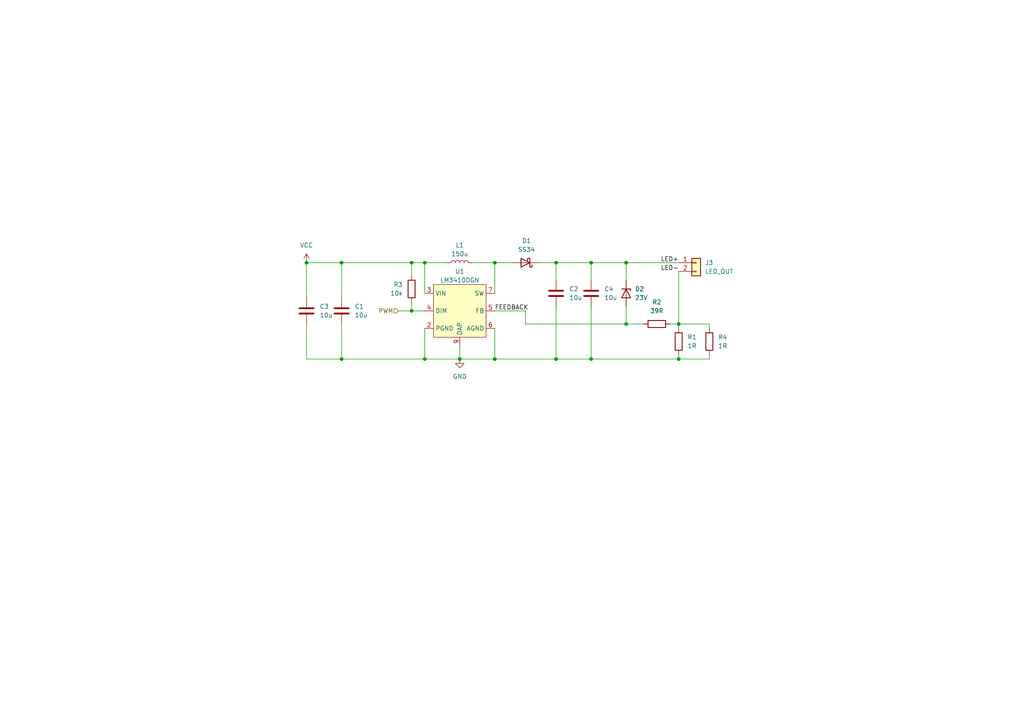
<source format=kicad_sch>
(kicad_sch (version 20230121) (generator eeschema)

  (uuid 5ca3cf5a-cc85-4f98-a96a-009b78a5b9e1)

  (paper "A4")

  (lib_symbols
    (symbol "Connector_Generic:Conn_01x02" (pin_names (offset 1.016) hide) (in_bom yes) (on_board yes)
      (property "Reference" "J" (at 0 2.54 0)
        (effects (font (size 1.27 1.27)))
      )
      (property "Value" "Conn_01x02" (at 0 -5.08 0)
        (effects (font (size 1.27 1.27)))
      )
      (property "Footprint" "" (at 0 0 0)
        (effects (font (size 1.27 1.27)) hide)
      )
      (property "Datasheet" "~" (at 0 0 0)
        (effects (font (size 1.27 1.27)) hide)
      )
      (property "ki_keywords" "connector" (at 0 0 0)
        (effects (font (size 1.27 1.27)) hide)
      )
      (property "ki_description" "Generic connector, single row, 01x02, script generated (kicad-library-utils/schlib/autogen/connector/)" (at 0 0 0)
        (effects (font (size 1.27 1.27)) hide)
      )
      (property "ki_fp_filters" "Connector*:*_1x??_*" (at 0 0 0)
        (effects (font (size 1.27 1.27)) hide)
      )
      (symbol "Conn_01x02_1_1"
        (rectangle (start -1.27 -2.413) (end 0 -2.667)
          (stroke (width 0.1524) (type default))
          (fill (type none))
        )
        (rectangle (start -1.27 0.127) (end 0 -0.127)
          (stroke (width 0.1524) (type default))
          (fill (type none))
        )
        (rectangle (start -1.27 1.27) (end 1.27 -3.81)
          (stroke (width 0.254) (type default))
          (fill (type background))
        )
        (pin passive line (at -5.08 0 0) (length 3.81)
          (name "Pin_1" (effects (font (size 1.27 1.27))))
          (number "1" (effects (font (size 1.27 1.27))))
        )
        (pin passive line (at -5.08 -2.54 0) (length 3.81)
          (name "Pin_2" (effects (font (size 1.27 1.27))))
          (number "2" (effects (font (size 1.27 1.27))))
        )
      )
    )
    (symbol "Device:C" (pin_numbers hide) (pin_names (offset 0.254)) (in_bom yes) (on_board yes)
      (property "Reference" "C" (at 0.635 2.54 0)
        (effects (font (size 1.27 1.27)) (justify left))
      )
      (property "Value" "C" (at 0.635 -2.54 0)
        (effects (font (size 1.27 1.27)) (justify left))
      )
      (property "Footprint" "" (at 0.9652 -3.81 0)
        (effects (font (size 1.27 1.27)) hide)
      )
      (property "Datasheet" "~" (at 0 0 0)
        (effects (font (size 1.27 1.27)) hide)
      )
      (property "ki_keywords" "cap capacitor" (at 0 0 0)
        (effects (font (size 1.27 1.27)) hide)
      )
      (property "ki_description" "Unpolarized capacitor" (at 0 0 0)
        (effects (font (size 1.27 1.27)) hide)
      )
      (property "ki_fp_filters" "C_*" (at 0 0 0)
        (effects (font (size 1.27 1.27)) hide)
      )
      (symbol "C_0_1"
        (polyline
          (pts
            (xy -2.032 -0.762)
            (xy 2.032 -0.762)
          )
          (stroke (width 0.508) (type default))
          (fill (type none))
        )
        (polyline
          (pts
            (xy -2.032 0.762)
            (xy 2.032 0.762)
          )
          (stroke (width 0.508) (type default))
          (fill (type none))
        )
      )
      (symbol "C_1_1"
        (pin passive line (at 0 3.81 270) (length 2.794)
          (name "~" (effects (font (size 1.27 1.27))))
          (number "1" (effects (font (size 1.27 1.27))))
        )
        (pin passive line (at 0 -3.81 90) (length 2.794)
          (name "~" (effects (font (size 1.27 1.27))))
          (number "2" (effects (font (size 1.27 1.27))))
        )
      )
    )
    (symbol "Device:D_Schottky" (pin_numbers hide) (pin_names (offset 1.016) hide) (in_bom yes) (on_board yes)
      (property "Reference" "D" (at 0 2.54 0)
        (effects (font (size 1.27 1.27)))
      )
      (property "Value" "D_Schottky" (at 0 -2.54 0)
        (effects (font (size 1.27 1.27)))
      )
      (property "Footprint" "" (at 0 0 0)
        (effects (font (size 1.27 1.27)) hide)
      )
      (property "Datasheet" "~" (at 0 0 0)
        (effects (font (size 1.27 1.27)) hide)
      )
      (property "ki_keywords" "diode Schottky" (at 0 0 0)
        (effects (font (size 1.27 1.27)) hide)
      )
      (property "ki_description" "Schottky diode" (at 0 0 0)
        (effects (font (size 1.27 1.27)) hide)
      )
      (property "ki_fp_filters" "TO-???* *_Diode_* *SingleDiode* D_*" (at 0 0 0)
        (effects (font (size 1.27 1.27)) hide)
      )
      (symbol "D_Schottky_0_1"
        (polyline
          (pts
            (xy 1.27 0)
            (xy -1.27 0)
          )
          (stroke (width 0) (type default))
          (fill (type none))
        )
        (polyline
          (pts
            (xy 1.27 1.27)
            (xy 1.27 -1.27)
            (xy -1.27 0)
            (xy 1.27 1.27)
          )
          (stroke (width 0.254) (type default))
          (fill (type none))
        )
        (polyline
          (pts
            (xy -1.905 0.635)
            (xy -1.905 1.27)
            (xy -1.27 1.27)
            (xy -1.27 -1.27)
            (xy -0.635 -1.27)
            (xy -0.635 -0.635)
          )
          (stroke (width 0.254) (type default))
          (fill (type none))
        )
      )
      (symbol "D_Schottky_1_1"
        (pin passive line (at -3.81 0 0) (length 2.54)
          (name "K" (effects (font (size 1.27 1.27))))
          (number "1" (effects (font (size 1.27 1.27))))
        )
        (pin passive line (at 3.81 0 180) (length 2.54)
          (name "A" (effects (font (size 1.27 1.27))))
          (number "2" (effects (font (size 1.27 1.27))))
        )
      )
    )
    (symbol "Device:D_Zener" (pin_numbers hide) (pin_names (offset 1.016) hide) (in_bom yes) (on_board yes)
      (property "Reference" "D" (at 0 2.54 0)
        (effects (font (size 1.27 1.27)))
      )
      (property "Value" "D_Zener" (at 0 -2.54 0)
        (effects (font (size 1.27 1.27)))
      )
      (property "Footprint" "" (at 0 0 0)
        (effects (font (size 1.27 1.27)) hide)
      )
      (property "Datasheet" "~" (at 0 0 0)
        (effects (font (size 1.27 1.27)) hide)
      )
      (property "ki_keywords" "diode" (at 0 0 0)
        (effects (font (size 1.27 1.27)) hide)
      )
      (property "ki_description" "Zener diode" (at 0 0 0)
        (effects (font (size 1.27 1.27)) hide)
      )
      (property "ki_fp_filters" "TO-???* *_Diode_* *SingleDiode* D_*" (at 0 0 0)
        (effects (font (size 1.27 1.27)) hide)
      )
      (symbol "D_Zener_0_1"
        (polyline
          (pts
            (xy 1.27 0)
            (xy -1.27 0)
          )
          (stroke (width 0) (type default))
          (fill (type none))
        )
        (polyline
          (pts
            (xy -1.27 -1.27)
            (xy -1.27 1.27)
            (xy -0.762 1.27)
          )
          (stroke (width 0.254) (type default))
          (fill (type none))
        )
        (polyline
          (pts
            (xy 1.27 -1.27)
            (xy 1.27 1.27)
            (xy -1.27 0)
            (xy 1.27 -1.27)
          )
          (stroke (width 0.254) (type default))
          (fill (type none))
        )
      )
      (symbol "D_Zener_1_1"
        (pin passive line (at -3.81 0 0) (length 2.54)
          (name "K" (effects (font (size 1.27 1.27))))
          (number "1" (effects (font (size 1.27 1.27))))
        )
        (pin passive line (at 3.81 0 180) (length 2.54)
          (name "A" (effects (font (size 1.27 1.27))))
          (number "2" (effects (font (size 1.27 1.27))))
        )
      )
    )
    (symbol "Device:L" (pin_numbers hide) (pin_names (offset 1.016) hide) (in_bom yes) (on_board yes)
      (property "Reference" "L" (at -1.27 0 90)
        (effects (font (size 1.27 1.27)))
      )
      (property "Value" "L" (at 1.905 0 90)
        (effects (font (size 1.27 1.27)))
      )
      (property "Footprint" "" (at 0 0 0)
        (effects (font (size 1.27 1.27)) hide)
      )
      (property "Datasheet" "~" (at 0 0 0)
        (effects (font (size 1.27 1.27)) hide)
      )
      (property "ki_keywords" "inductor choke coil reactor magnetic" (at 0 0 0)
        (effects (font (size 1.27 1.27)) hide)
      )
      (property "ki_description" "Inductor" (at 0 0 0)
        (effects (font (size 1.27 1.27)) hide)
      )
      (property "ki_fp_filters" "Choke_* *Coil* Inductor_* L_*" (at 0 0 0)
        (effects (font (size 1.27 1.27)) hide)
      )
      (symbol "L_0_1"
        (arc (start 0 -2.54) (mid 0.6323 -1.905) (end 0 -1.27)
          (stroke (width 0) (type default))
          (fill (type none))
        )
        (arc (start 0 -1.27) (mid 0.6323 -0.635) (end 0 0)
          (stroke (width 0) (type default))
          (fill (type none))
        )
        (arc (start 0 0) (mid 0.6323 0.635) (end 0 1.27)
          (stroke (width 0) (type default))
          (fill (type none))
        )
        (arc (start 0 1.27) (mid 0.6323 1.905) (end 0 2.54)
          (stroke (width 0) (type default))
          (fill (type none))
        )
      )
      (symbol "L_1_1"
        (pin passive line (at 0 3.81 270) (length 1.27)
          (name "1" (effects (font (size 1.27 1.27))))
          (number "1" (effects (font (size 1.27 1.27))))
        )
        (pin passive line (at 0 -3.81 90) (length 1.27)
          (name "2" (effects (font (size 1.27 1.27))))
          (number "2" (effects (font (size 1.27 1.27))))
        )
      )
    )
    (symbol "Device:R" (pin_numbers hide) (pin_names (offset 0)) (in_bom yes) (on_board yes)
      (property "Reference" "R" (at 2.032 0 90)
        (effects (font (size 1.27 1.27)))
      )
      (property "Value" "R" (at 0 0 90)
        (effects (font (size 1.27 1.27)))
      )
      (property "Footprint" "" (at -1.778 0 90)
        (effects (font (size 1.27 1.27)) hide)
      )
      (property "Datasheet" "~" (at 0 0 0)
        (effects (font (size 1.27 1.27)) hide)
      )
      (property "ki_keywords" "R res resistor" (at 0 0 0)
        (effects (font (size 1.27 1.27)) hide)
      )
      (property "ki_description" "Resistor" (at 0 0 0)
        (effects (font (size 1.27 1.27)) hide)
      )
      (property "ki_fp_filters" "R_*" (at 0 0 0)
        (effects (font (size 1.27 1.27)) hide)
      )
      (symbol "R_0_1"
        (rectangle (start -1.016 -2.54) (end 1.016 2.54)
          (stroke (width 0.254) (type default))
          (fill (type none))
        )
      )
      (symbol "R_1_1"
        (pin passive line (at 0 3.81 270) (length 1.27)
          (name "~" (effects (font (size 1.27 1.27))))
          (number "1" (effects (font (size 1.27 1.27))))
        )
        (pin passive line (at 0 -3.81 90) (length 1.27)
          (name "~" (effects (font (size 1.27 1.27))))
          (number "2" (effects (font (size 1.27 1.27))))
        )
      )
    )
    (symbol "power:GND" (power) (pin_names (offset 0)) (in_bom yes) (on_board yes)
      (property "Reference" "#PWR" (at 0 -6.35 0)
        (effects (font (size 1.27 1.27)) hide)
      )
      (property "Value" "GND" (at 0 -3.81 0)
        (effects (font (size 1.27 1.27)))
      )
      (property "Footprint" "" (at 0 0 0)
        (effects (font (size 1.27 1.27)) hide)
      )
      (property "Datasheet" "" (at 0 0 0)
        (effects (font (size 1.27 1.27)) hide)
      )
      (property "ki_keywords" "global power" (at 0 0 0)
        (effects (font (size 1.27 1.27)) hide)
      )
      (property "ki_description" "Power symbol creates a global label with name \"GND\" , ground" (at 0 0 0)
        (effects (font (size 1.27 1.27)) hide)
      )
      (symbol "GND_0_1"
        (polyline
          (pts
            (xy 0 0)
            (xy 0 -1.27)
            (xy 1.27 -1.27)
            (xy 0 -2.54)
            (xy -1.27 -1.27)
            (xy 0 -1.27)
          )
          (stroke (width 0) (type default))
          (fill (type none))
        )
      )
      (symbol "GND_1_1"
        (pin power_in line (at 0 0 270) (length 0) hide
          (name "GND" (effects (font (size 1.27 1.27))))
          (number "1" (effects (font (size 1.27 1.27))))
        )
      )
    )
    (symbol "power:VCC" (power) (pin_names (offset 0)) (in_bom yes) (on_board yes)
      (property "Reference" "#PWR" (at 0 -3.81 0)
        (effects (font (size 1.27 1.27)) hide)
      )
      (property "Value" "VCC" (at 0 3.81 0)
        (effects (font (size 1.27 1.27)))
      )
      (property "Footprint" "" (at 0 0 0)
        (effects (font (size 1.27 1.27)) hide)
      )
      (property "Datasheet" "" (at 0 0 0)
        (effects (font (size 1.27 1.27)) hide)
      )
      (property "ki_keywords" "global power" (at 0 0 0)
        (effects (font (size 1.27 1.27)) hide)
      )
      (property "ki_description" "Power symbol creates a global label with name \"VCC\"" (at 0 0 0)
        (effects (font (size 1.27 1.27)) hide)
      )
      (symbol "VCC_0_1"
        (polyline
          (pts
            (xy -0.762 1.27)
            (xy 0 2.54)
          )
          (stroke (width 0) (type default))
          (fill (type none))
        )
        (polyline
          (pts
            (xy 0 0)
            (xy 0 2.54)
          )
          (stroke (width 0) (type default))
          (fill (type none))
        )
        (polyline
          (pts
            (xy 0 2.54)
            (xy 0.762 1.27)
          )
          (stroke (width 0) (type default))
          (fill (type none))
        )
      )
      (symbol "VCC_1_1"
        (pin power_in line (at 0 0 90) (length 0) hide
          (name "VCC" (effects (font (size 1.27 1.27))))
          (number "1" (effects (font (size 1.27 1.27))))
        )
      )
    )
    (symbol "project_lib:LM3410DGN" (in_bom yes) (on_board yes)
      (property "Reference" "U" (at 0 12.7 0)
        (effects (font (size 1.27 1.27)))
      )
      (property "Value" "LM3410DGN" (at 0 10.16 0)
        (effects (font (size 1.27 1.27)))
      )
      (property "Footprint" "Package_SO:TI_SO-PowerPAD-8_ThermalVias" (at 46.99 -2.54 0)
        (effects (font (size 1.27 1.27)) hide)
      )
      (property "Datasheet" "https://www.ti.com/lit/ds/symlink/lm3410.pdf" (at 0 2.54 0)
        (effects (font (size 1.27 1.27)) hide)
      )
      (symbol "LM3410DGN_1_0"
        (pin no_connect line (at 1.27 10.16 270) (length 2.54) hide
          (name "NC" (effects (font (size 1.27 1.27))))
          (number "1" (effects (font (size 1.27 1.27))))
        )
        (pin no_connect line (at -1.27 10.16 270) (length 2.54) hide
          (name "NC" (effects (font (size 1.27 1.27))))
          (number "8" (effects (font (size 1.27 1.27))))
        )
      )
      (symbol "LM3410DGN_1_1"
        (rectangle (start -7.62 7.62) (end 7.62 -7.62)
          (stroke (width 0) (type default))
          (fill (type background))
        )
        (pin power_in line (at -10.16 -5.08 0) (length 2.54)
          (name "PGND" (effects (font (size 1.27 1.27))))
          (number "2" (effects (font (size 1.27 1.27))))
        )
        (pin power_in line (at -10.16 5.08 0) (length 2.54)
          (name "VIN" (effects (font (size 1.27 1.27))))
          (number "3" (effects (font (size 1.27 1.27))))
        )
        (pin input line (at -10.16 0 0) (length 2.54)
          (name "DIM" (effects (font (size 1.27 1.27))))
          (number "4" (effects (font (size 1.27 1.27))))
        )
        (pin input line (at 10.16 0 180) (length 2.54)
          (name "FB" (effects (font (size 1.27 1.27))))
          (number "5" (effects (font (size 1.27 1.27))))
        )
        (pin power_in line (at 10.16 -5.08 180) (length 2.54)
          (name "AGND" (effects (font (size 1.27 1.27))))
          (number "6" (effects (font (size 1.27 1.27))))
        )
        (pin power_out line (at 10.16 5.08 180) (length 2.54)
          (name "SW" (effects (font (size 1.27 1.27))))
          (number "7" (effects (font (size 1.27 1.27))))
        )
        (pin power_in line (at 0 -10.16 90) (length 2.54)
          (name "DAP" (effects (font (size 1.27 1.27))))
          (number "9" (effects (font (size 1.27 1.27))))
        )
      )
    )
  )

  (junction (at 196.85 93.98) (diameter 0) (color 0 0 0 0)
    (uuid 1547292f-edb8-4816-b997-3e913723f9fd)
  )
  (junction (at 181.61 93.98) (diameter 0) (color 0 0 0 0)
    (uuid 30d02bed-eaeb-4cb7-9271-bf5abbe180d6)
  )
  (junction (at 143.51 76.2) (diameter 0) (color 0 0 0 0)
    (uuid 39decb3b-0c52-412b-89f4-522ed8b2a7a1)
  )
  (junction (at 161.29 76.2) (diameter 0) (color 0 0 0 0)
    (uuid 3bef6ede-049d-42fe-a923-272abf0f1beb)
  )
  (junction (at 143.51 104.14) (diameter 0) (color 0 0 0 0)
    (uuid 61c4c6a6-cc61-4936-9837-e050a02c1fcc)
  )
  (junction (at 133.35 104.14) (diameter 0) (color 0 0 0 0)
    (uuid 630daf98-3015-4dc2-8975-fe723894bc5f)
  )
  (junction (at 123.19 76.2) (diameter 0) (color 0 0 0 0)
    (uuid 6496d008-db71-4896-9a2f-5ad735272976)
  )
  (junction (at 88.9 76.2) (diameter 0) (color 0 0 0 0)
    (uuid 6e53abdd-3a31-4291-a8f8-7852a796c7ae)
  )
  (junction (at 99.06 104.14) (diameter 0) (color 0 0 0 0)
    (uuid 89c66126-ff11-4eb9-ac5a-d71b2956f448)
  )
  (junction (at 119.38 76.2) (diameter 0) (color 0 0 0 0)
    (uuid 8c3c6259-9d05-48c6-9b16-0e73e902df03)
  )
  (junction (at 161.29 104.14) (diameter 0) (color 0 0 0 0)
    (uuid 970bee30-5d62-405c-a351-0adea70f33a1)
  )
  (junction (at 181.61 76.2) (diameter 0) (color 0 0 0 0)
    (uuid ab780900-b9af-45b3-8095-2be269cd4a3a)
  )
  (junction (at 171.45 76.2) (diameter 0) (color 0 0 0 0)
    (uuid bc0b5ec3-1af2-47ee-93ee-0c39fa84898b)
  )
  (junction (at 119.38 90.17) (diameter 0) (color 0 0 0 0)
    (uuid c635748b-d7f0-4578-9694-3c5654ae6455)
  )
  (junction (at 196.85 104.14) (diameter 0) (color 0 0 0 0)
    (uuid cdcfea12-2a53-488e-ae7e-2a6b2cd2e7a6)
  )
  (junction (at 123.19 104.14) (diameter 0) (color 0 0 0 0)
    (uuid d5c0a400-5b48-4366-bc4c-f5f762c93b28)
  )
  (junction (at 99.06 76.2) (diameter 0) (color 0 0 0 0)
    (uuid d7279dc0-8d38-43cc-bc1f-40ff4515920f)
  )
  (junction (at 171.45 104.14) (diameter 0) (color 0 0 0 0)
    (uuid e28f9893-3df9-4e8d-a451-e165091d5f8b)
  )

  (wire (pts (xy 88.9 76.2) (xy 99.06 76.2))
    (stroke (width 0) (type default))
    (uuid 05dc3011-9170-4a0e-bba2-11baa933580e)
  )
  (wire (pts (xy 88.9 86.36) (xy 88.9 76.2))
    (stroke (width 0) (type default))
    (uuid 117b5b73-fed6-48ab-9fd2-b3d21a0f9ea3)
  )
  (wire (pts (xy 99.06 86.36) (xy 99.06 76.2))
    (stroke (width 0) (type default))
    (uuid 19885697-6264-42cf-9787-07a87e3f4afb)
  )
  (wire (pts (xy 181.61 88.9) (xy 181.61 93.98))
    (stroke (width 0) (type default))
    (uuid 1d8e2f60-26d7-436c-b91a-6506f3e811fd)
  )
  (wire (pts (xy 196.85 93.98) (xy 196.85 95.25))
    (stroke (width 0) (type default))
    (uuid 1eac134b-a914-4176-9bcf-004ef40cc91e)
  )
  (wire (pts (xy 99.06 93.98) (xy 99.06 104.14))
    (stroke (width 0) (type default))
    (uuid 26e77c38-96a1-4f46-a53b-ef6b6b4807ae)
  )
  (wire (pts (xy 143.51 95.25) (xy 143.51 104.14))
    (stroke (width 0) (type default))
    (uuid 3143da11-814a-490c-91ea-8e855718c13a)
  )
  (wire (pts (xy 129.54 76.2) (xy 123.19 76.2))
    (stroke (width 0) (type default))
    (uuid 38c23fca-0ded-4aff-91fe-bbf911e4526d)
  )
  (wire (pts (xy 143.51 104.14) (xy 133.35 104.14))
    (stroke (width 0) (type default))
    (uuid 44f3976b-f364-4a9a-912c-e9139b51cfd9)
  )
  (wire (pts (xy 152.4 90.17) (xy 152.4 93.98))
    (stroke (width 0) (type default))
    (uuid 468a5508-4af2-499c-a283-63da08061439)
  )
  (wire (pts (xy 205.74 104.14) (xy 196.85 104.14))
    (stroke (width 0) (type default))
    (uuid 492a05c0-fb62-4b06-9712-1f33fdcd8d36)
  )
  (wire (pts (xy 161.29 88.9) (xy 161.29 104.14))
    (stroke (width 0) (type default))
    (uuid 4fe4ed92-9693-48c8-9ec8-4d24e56b7322)
  )
  (wire (pts (xy 181.61 76.2) (xy 196.85 76.2))
    (stroke (width 0) (type default))
    (uuid 51d45259-481f-4cd3-b28d-d90f4b49a8ff)
  )
  (wire (pts (xy 115.57 90.17) (xy 119.38 90.17))
    (stroke (width 0) (type default))
    (uuid 56b794e0-d6fc-4c38-8dcd-124ecba88c8b)
  )
  (wire (pts (xy 196.85 78.74) (xy 196.85 93.98))
    (stroke (width 0) (type default))
    (uuid 593a2071-ffd7-4a06-9917-9dfc9fcd18cc)
  )
  (wire (pts (xy 171.45 76.2) (xy 181.61 76.2))
    (stroke (width 0) (type default))
    (uuid 5fbee3fe-33c6-4a80-a4a9-55d4109b1acf)
  )
  (wire (pts (xy 161.29 104.14) (xy 171.45 104.14))
    (stroke (width 0) (type default))
    (uuid 6961418d-198b-4296-bb4e-ee0892c24e96)
  )
  (wire (pts (xy 194.31 93.98) (xy 196.85 93.98))
    (stroke (width 0) (type default))
    (uuid 781e400c-300e-46ae-9be1-dbf2042dbd84)
  )
  (wire (pts (xy 156.21 76.2) (xy 161.29 76.2))
    (stroke (width 0) (type default))
    (uuid 7983ef64-e848-4173-a624-60ffc1fa9f05)
  )
  (wire (pts (xy 137.16 76.2) (xy 143.51 76.2))
    (stroke (width 0) (type default))
    (uuid 7e80a03f-07ce-47f2-b5d4-48d17c162d11)
  )
  (wire (pts (xy 123.19 76.2) (xy 123.19 85.09))
    (stroke (width 0) (type default))
    (uuid 82b17de4-c628-4c95-a2f9-6e4050fcd46e)
  )
  (wire (pts (xy 181.61 76.2) (xy 181.61 81.28))
    (stroke (width 0) (type default))
    (uuid 8e370742-a471-49e7-83f4-b5dd72a38f4d)
  )
  (wire (pts (xy 143.51 104.14) (xy 161.29 104.14))
    (stroke (width 0) (type default))
    (uuid 91fdac8a-08a7-4a9f-98eb-637764adea29)
  )
  (wire (pts (xy 119.38 90.17) (xy 123.19 90.17))
    (stroke (width 0) (type default))
    (uuid 95b64837-ee3d-4d3f-bbc4-1bf48c1ad441)
  )
  (wire (pts (xy 119.38 76.2) (xy 123.19 76.2))
    (stroke (width 0) (type default))
    (uuid 9986e617-a2ff-48bc-86cf-435c73265851)
  )
  (wire (pts (xy 123.19 95.25) (xy 123.19 104.14))
    (stroke (width 0) (type default))
    (uuid a49f00e0-27d2-4db5-8f5b-9f40cefbaa95)
  )
  (wire (pts (xy 88.9 104.14) (xy 99.06 104.14))
    (stroke (width 0) (type default))
    (uuid a5aa3aea-5769-44d8-ac6b-201fcc168d6c)
  )
  (wire (pts (xy 161.29 76.2) (xy 171.45 76.2))
    (stroke (width 0) (type default))
    (uuid adccf054-ff02-4c82-8756-34282e4a7b42)
  )
  (wire (pts (xy 133.35 104.14) (xy 133.35 100.33))
    (stroke (width 0) (type default))
    (uuid b1ddef22-3234-43a7-bb9f-a5fb19ce8ec7)
  )
  (wire (pts (xy 152.4 93.98) (xy 181.61 93.98))
    (stroke (width 0) (type default))
    (uuid b8c8a116-2476-475f-99c9-dd5b4750e8b4)
  )
  (wire (pts (xy 205.74 93.98) (xy 196.85 93.98))
    (stroke (width 0) (type default))
    (uuid b8eda328-083b-4698-b4de-db21113c306a)
  )
  (wire (pts (xy 196.85 102.87) (xy 196.85 104.14))
    (stroke (width 0) (type default))
    (uuid b9e50aa6-eebf-4577-be82-99e1d9a8a9b1)
  )
  (wire (pts (xy 161.29 76.2) (xy 161.29 81.28))
    (stroke (width 0) (type default))
    (uuid ba1af21c-996f-4b52-90ad-d1f3463245dc)
  )
  (wire (pts (xy 171.45 76.2) (xy 171.45 81.28))
    (stroke (width 0) (type default))
    (uuid c1247535-24a4-439b-a220-e099d6e1692b)
  )
  (wire (pts (xy 119.38 87.63) (xy 119.38 90.17))
    (stroke (width 0) (type default))
    (uuid c6fc5468-8676-4009-ae02-f978d095cf80)
  )
  (wire (pts (xy 143.51 76.2) (xy 143.51 85.09))
    (stroke (width 0) (type default))
    (uuid d3c15246-a940-4dd5-994d-afacf2557d04)
  )
  (wire (pts (xy 181.61 93.98) (xy 186.69 93.98))
    (stroke (width 0) (type default))
    (uuid d4da1b59-bed8-4f70-846c-3b92950297ae)
  )
  (wire (pts (xy 119.38 76.2) (xy 119.38 80.01))
    (stroke (width 0) (type default))
    (uuid d73faa2a-ab01-428c-971e-00d58f1f7eac)
  )
  (wire (pts (xy 88.9 93.98) (xy 88.9 104.14))
    (stroke (width 0) (type default))
    (uuid d8f05e99-f67d-4c96-96f3-c66ab9a140e3)
  )
  (wire (pts (xy 205.74 95.25) (xy 205.74 93.98))
    (stroke (width 0) (type default))
    (uuid dabd4340-4bef-444e-8e72-4c600225df75)
  )
  (wire (pts (xy 171.45 104.14) (xy 196.85 104.14))
    (stroke (width 0) (type default))
    (uuid e99507e6-7fb3-476f-b199-dcf2a78ff6e5)
  )
  (wire (pts (xy 171.45 88.9) (xy 171.45 104.14))
    (stroke (width 0) (type default))
    (uuid ed98be1e-5ab0-47bb-93d2-905c87c7171f)
  )
  (wire (pts (xy 123.19 104.14) (xy 133.35 104.14))
    (stroke (width 0) (type default))
    (uuid ef19542c-2d2f-4742-9d02-d706577d1b1b)
  )
  (wire (pts (xy 99.06 104.14) (xy 123.19 104.14))
    (stroke (width 0) (type default))
    (uuid f631c26b-9536-4120-b1c1-916ae73c997e)
  )
  (wire (pts (xy 205.74 102.87) (xy 205.74 104.14))
    (stroke (width 0) (type default))
    (uuid fa32d3ae-f987-4ce0-91e4-5db33629a46d)
  )
  (wire (pts (xy 143.51 76.2) (xy 148.59 76.2))
    (stroke (width 0) (type default))
    (uuid fa9a7371-2dba-4e1e-a72b-ed20544fe0f3)
  )
  (wire (pts (xy 143.51 90.17) (xy 152.4 90.17))
    (stroke (width 0) (type default))
    (uuid fcf493ba-0ce8-42f5-a446-67f30a74f4e4)
  )
  (wire (pts (xy 99.06 76.2) (xy 119.38 76.2))
    (stroke (width 0) (type default))
    (uuid fe78a3f2-5add-42d6-8324-a03becb494b2)
  )

  (label "FEEDBACK" (at 143.51 90.17 0) (fields_autoplaced)
    (effects (font (size 1.27 1.27)) (justify left bottom))
    (uuid 2e04bbba-3ec2-4ae4-ab09-9120fa077c74)
  )
  (label "LED-" (at 196.85 78.74 180) (fields_autoplaced)
    (effects (font (size 1.27 1.27)) (justify right bottom))
    (uuid 656fddd2-ca66-41ae-8db1-8c6396b7ca45)
  )
  (label "LED+" (at 196.85 76.2 180) (fields_autoplaced)
    (effects (font (size 1.27 1.27)) (justify right bottom))
    (uuid 832835d4-9bb2-48ef-816f-59d22f479762)
  )

  (hierarchical_label "PWM" (shape input) (at 115.57 90.17 180) (fields_autoplaced)
    (effects (font (size 1.27 1.27)) (justify right))
    (uuid 9e507de2-662f-4d2e-aefc-3f34c6d37012)
  )

  (symbol (lib_id "Device:R") (at 205.74 99.06 0) (unit 1)
    (in_bom yes) (on_board yes) (dnp no) (fields_autoplaced)
    (uuid 248dbf82-0aee-4d4d-b258-e7d309af4c31)
    (property "Reference" "R4" (at 208.28 97.79 0)
      (effects (font (size 1.27 1.27)) (justify left))
    )
    (property "Value" "1R" (at 208.28 100.33 0)
      (effects (font (size 1.27 1.27)) (justify left))
    )
    (property "Footprint" "Resistor_SMD:R_0805_2012Metric" (at 203.962 99.06 90)
      (effects (font (size 1.27 1.27)) hide)
    )
    (property "Datasheet" "~" (at 205.74 99.06 0)
      (effects (font (size 1.27 1.27)) hide)
    )
    (pin "1" (uuid 7821d1e7-3917-4259-abdb-13cc87e2857b))
    (pin "2" (uuid 7ea8989d-a8c5-4e3d-be34-3141e01f08cc))
    (instances
      (project "bulb_driver"
        (path "/a662f7bf-9c13-4ccb-87cd-8868bb64c17e"
          (reference "R4") (unit 1)
        )
        (path "/a662f7bf-9c13-4ccb-87cd-8868bb64c17e/4a974a5d-7eeb-4175-8e60-ef8964ac82d5"
          (reference "R4") (unit 1)
        )
      )
    )
  )

  (symbol (lib_id "Device:R") (at 119.38 83.82 0) (unit 1)
    (in_bom yes) (on_board yes) (dnp no) (fields_autoplaced)
    (uuid 303c4046-e21e-4779-bb9d-556d21f0e956)
    (property "Reference" "R3" (at 116.84 82.55 0)
      (effects (font (size 1.27 1.27)) (justify right))
    )
    (property "Value" "10k" (at 116.84 85.09 0)
      (effects (font (size 1.27 1.27)) (justify right))
    )
    (property "Footprint" "Resistor_SMD:R_0805_2012Metric" (at 117.602 83.82 90)
      (effects (font (size 1.27 1.27)) hide)
    )
    (property "Datasheet" "~" (at 119.38 83.82 0)
      (effects (font (size 1.27 1.27)) hide)
    )
    (pin "1" (uuid 9455fc65-be44-4089-8d12-c5ca4568175f))
    (pin "2" (uuid 58ac7caf-1055-4b95-a575-abf2135d6768))
    (instances
      (project "bulb_driver"
        (path "/a662f7bf-9c13-4ccb-87cd-8868bb64c17e"
          (reference "R3") (unit 1)
        )
        (path "/a662f7bf-9c13-4ccb-87cd-8868bb64c17e/4a974a5d-7eeb-4175-8e60-ef8964ac82d5"
          (reference "R1") (unit 1)
        )
      )
    )
  )

  (symbol (lib_id "power:VCC") (at 88.9 76.2 0) (unit 1)
    (in_bom yes) (on_board yes) (dnp no) (fields_autoplaced)
    (uuid 356126cf-9098-43e5-bfdb-1ba28b06befc)
    (property "Reference" "#PWR02" (at 88.9 80.01 0)
      (effects (font (size 1.27 1.27)) hide)
    )
    (property "Value" "VCC" (at 88.9 71.12 0)
      (effects (font (size 1.27 1.27)))
    )
    (property "Footprint" "" (at 88.9 76.2 0)
      (effects (font (size 1.27 1.27)) hide)
    )
    (property "Datasheet" "" (at 88.9 76.2 0)
      (effects (font (size 1.27 1.27)) hide)
    )
    (pin "1" (uuid f5f65b3f-36cc-4cc0-ae15-d837be424f50))
    (instances
      (project "bulb_driver"
        (path "/a662f7bf-9c13-4ccb-87cd-8868bb64c17e"
          (reference "#PWR02") (unit 1)
        )
        (path "/a662f7bf-9c13-4ccb-87cd-8868bb64c17e/4a974a5d-7eeb-4175-8e60-ef8964ac82d5"
          (reference "#PWR01") (unit 1)
        )
      )
    )
  )

  (symbol (lib_id "Connector_Generic:Conn_01x02") (at 201.93 76.2 0) (unit 1)
    (in_bom yes) (on_board yes) (dnp no) (fields_autoplaced)
    (uuid 3d418875-4c97-4cb4-82f6-28b688962448)
    (property "Reference" "J3" (at 204.47 76.2 0)
      (effects (font (size 1.27 1.27)) (justify left))
    )
    (property "Value" "LED_OUT" (at 204.47 78.74 0)
      (effects (font (size 1.27 1.27)) (justify left))
    )
    (property "Footprint" "Connector_Wire:SolderWire-1sqmm_1x02_P7.8mm_D1.4mm_OD3.9mm" (at 201.93 76.2 0)
      (effects (font (size 1.27 1.27)) hide)
    )
    (property "Datasheet" "~" (at 201.93 76.2 0)
      (effects (font (size 1.27 1.27)) hide)
    )
    (pin "1" (uuid aec7b217-1a04-4d34-8e77-c577ac820e6f))
    (pin "2" (uuid b2918466-c17f-4d88-891b-9fafd96a14f5))
    (instances
      (project "bulb_driver"
        (path "/a662f7bf-9c13-4ccb-87cd-8868bb64c17e"
          (reference "J3") (unit 1)
        )
        (path "/a662f7bf-9c13-4ccb-87cd-8868bb64c17e/4a974a5d-7eeb-4175-8e60-ef8964ac82d5"
          (reference "J3") (unit 1)
        )
      )
    )
  )

  (symbol (lib_id "Device:C") (at 99.06 90.17 0) (unit 1)
    (in_bom yes) (on_board yes) (dnp no) (fields_autoplaced)
    (uuid 4cd4aa71-e63d-46be-8741-ef18034f386b)
    (property "Reference" "C1" (at 102.87 88.9 0)
      (effects (font (size 1.27 1.27)) (justify left))
    )
    (property "Value" "10u" (at 102.87 91.44 0)
      (effects (font (size 1.27 1.27)) (justify left))
    )
    (property "Footprint" "Capacitor_SMD:C_1210_3225Metric" (at 100.0252 93.98 0)
      (effects (font (size 1.27 1.27)) hide)
    )
    (property "Datasheet" "~" (at 99.06 90.17 0)
      (effects (font (size 1.27 1.27)) hide)
    )
    (pin "1" (uuid 5a84ca5a-5be0-49d3-a6b7-d25780870a22))
    (pin "2" (uuid fc3623ae-1871-459f-84b3-26c09ce59a2c))
    (instances
      (project "bulb_driver"
        (path "/a662f7bf-9c13-4ccb-87cd-8868bb64c17e"
          (reference "C1") (unit 1)
        )
        (path "/a662f7bf-9c13-4ccb-87cd-8868bb64c17e/4a974a5d-7eeb-4175-8e60-ef8964ac82d5"
          (reference "C2") (unit 1)
        )
      )
    )
  )

  (symbol (lib_id "Device:D_Schottky") (at 152.4 76.2 180) (unit 1)
    (in_bom yes) (on_board yes) (dnp no) (fields_autoplaced)
    (uuid 59f80c0b-23f2-4f50-9f21-1c39e7a5b765)
    (property "Reference" "D1" (at 152.7175 69.85 0)
      (effects (font (size 1.27 1.27)))
    )
    (property "Value" "SS34" (at 152.7175 72.39 0)
      (effects (font (size 1.27 1.27)))
    )
    (property "Footprint" "Diode_SMD:D_SMC" (at 152.4 76.2 0)
      (effects (font (size 1.27 1.27)) hide)
    )
    (property "Datasheet" "~" (at 152.4 76.2 0)
      (effects (font (size 1.27 1.27)) hide)
    )
    (pin "1" (uuid 63516f22-5ba7-40bf-b9ab-6abd51e0129b))
    (pin "2" (uuid 2672cfb5-b2c8-420a-9a04-2912d3498e9d))
    (instances
      (project "bulb_driver"
        (path "/a662f7bf-9c13-4ccb-87cd-8868bb64c17e"
          (reference "D1") (unit 1)
        )
        (path "/a662f7bf-9c13-4ccb-87cd-8868bb64c17e/4a974a5d-7eeb-4175-8e60-ef8964ac82d5"
          (reference "D1") (unit 1)
        )
      )
    )
  )

  (symbol (lib_id "power:GND") (at 133.35 104.14 0) (unit 1)
    (in_bom yes) (on_board yes) (dnp no) (fields_autoplaced)
    (uuid 690df420-fe30-4315-82bd-40a0c41c833a)
    (property "Reference" "#PWR01" (at 133.35 110.49 0)
      (effects (font (size 1.27 1.27)) hide)
    )
    (property "Value" "GND" (at 133.35 109.22 0)
      (effects (font (size 1.27 1.27)))
    )
    (property "Footprint" "" (at 133.35 104.14 0)
      (effects (font (size 1.27 1.27)) hide)
    )
    (property "Datasheet" "" (at 133.35 104.14 0)
      (effects (font (size 1.27 1.27)) hide)
    )
    (pin "1" (uuid 50bf152b-5952-4d68-8c1e-8f401039c8c8))
    (instances
      (project "bulb_driver"
        (path "/a662f7bf-9c13-4ccb-87cd-8868bb64c17e"
          (reference "#PWR01") (unit 1)
        )
        (path "/a662f7bf-9c13-4ccb-87cd-8868bb64c17e/4a974a5d-7eeb-4175-8e60-ef8964ac82d5"
          (reference "#PWR02") (unit 1)
        )
      )
    )
  )

  (symbol (lib_id "Device:C") (at 88.9 90.17 0) (unit 1)
    (in_bom yes) (on_board yes) (dnp no)
    (uuid 76e77747-4b73-4229-8090-92af1dd23c96)
    (property "Reference" "C3" (at 92.71 88.9 0)
      (effects (font (size 1.27 1.27)) (justify left))
    )
    (property "Value" "10u" (at 92.71 91.44 0)
      (effects (font (size 1.27 1.27)) (justify left))
    )
    (property "Footprint" "Capacitor_SMD:C_1210_3225Metric" (at 89.8652 93.98 0)
      (effects (font (size 1.27 1.27)) hide)
    )
    (property "Datasheet" "~" (at 88.9 90.17 0)
      (effects (font (size 1.27 1.27)) hide)
    )
    (pin "1" (uuid 891166ec-93d2-484d-92bc-a7588d97eb52))
    (pin "2" (uuid 7e927dd7-22c5-40b0-9399-88d8d3989771))
    (instances
      (project "bulb_driver"
        (path "/a662f7bf-9c13-4ccb-87cd-8868bb64c17e"
          (reference "C3") (unit 1)
        )
        (path "/a662f7bf-9c13-4ccb-87cd-8868bb64c17e/4a974a5d-7eeb-4175-8e60-ef8964ac82d5"
          (reference "C1") (unit 1)
        )
      )
    )
  )

  (symbol (lib_id "Device:C") (at 161.29 85.09 0) (unit 1)
    (in_bom yes) (on_board yes) (dnp no) (fields_autoplaced)
    (uuid 7b4fdb96-a8e6-4792-bcb1-5bf18952570b)
    (property "Reference" "C2" (at 165.1 83.82 0)
      (effects (font (size 1.27 1.27)) (justify left))
    )
    (property "Value" "10u" (at 165.1 86.36 0)
      (effects (font (size 1.27 1.27)) (justify left))
    )
    (property "Footprint" "Capacitor_SMD:C_1210_3225Metric" (at 162.2552 88.9 0)
      (effects (font (size 1.27 1.27)) hide)
    )
    (property "Datasheet" "~" (at 161.29 85.09 0)
      (effects (font (size 1.27 1.27)) hide)
    )
    (pin "1" (uuid fc1050e7-dcdb-4b04-938d-d8354be579ea))
    (pin "2" (uuid 857d38a0-267f-41e8-8489-54be69119d45))
    (instances
      (project "bulb_driver"
        (path "/a662f7bf-9c13-4ccb-87cd-8868bb64c17e"
          (reference "C2") (unit 1)
        )
        (path "/a662f7bf-9c13-4ccb-87cd-8868bb64c17e/4a974a5d-7eeb-4175-8e60-ef8964ac82d5"
          (reference "C3") (unit 1)
        )
      )
    )
  )

  (symbol (lib_id "Device:R") (at 196.85 99.06 0) (unit 1)
    (in_bom yes) (on_board yes) (dnp no) (fields_autoplaced)
    (uuid 9b62c93d-9201-4839-a670-9e20a5adfcec)
    (property "Reference" "R1" (at 199.39 97.79 0)
      (effects (font (size 1.27 1.27)) (justify left))
    )
    (property "Value" "1R" (at 199.39 100.33 0)
      (effects (font (size 1.27 1.27)) (justify left))
    )
    (property "Footprint" "Resistor_SMD:R_0805_2012Metric" (at 195.072 99.06 90)
      (effects (font (size 1.27 1.27)) hide)
    )
    (property "Datasheet" "~" (at 196.85 99.06 0)
      (effects (font (size 1.27 1.27)) hide)
    )
    (pin "1" (uuid 91a4ca31-8714-4d49-9b8d-4dcac53b8386))
    (pin "2" (uuid 9b8a8381-9e02-4c14-b2c8-d300f74771f4))
    (instances
      (project "bulb_driver"
        (path "/a662f7bf-9c13-4ccb-87cd-8868bb64c17e"
          (reference "R1") (unit 1)
        )
        (path "/a662f7bf-9c13-4ccb-87cd-8868bb64c17e/4a974a5d-7eeb-4175-8e60-ef8964ac82d5"
          (reference "R3") (unit 1)
        )
      )
    )
  )

  (symbol (lib_id "Device:C") (at 171.45 85.09 0) (unit 1)
    (in_bom yes) (on_board yes) (dnp no) (fields_autoplaced)
    (uuid a247b668-ecac-4a1c-bf61-c1ad45b959dd)
    (property "Reference" "C4" (at 175.26 83.82 0)
      (effects (font (size 1.27 1.27)) (justify left))
    )
    (property "Value" "10u" (at 175.26 86.36 0)
      (effects (font (size 1.27 1.27)) (justify left))
    )
    (property "Footprint" "Capacitor_SMD:C_1210_3225Metric" (at 172.4152 88.9 0)
      (effects (font (size 1.27 1.27)) hide)
    )
    (property "Datasheet" "~" (at 171.45 85.09 0)
      (effects (font (size 1.27 1.27)) hide)
    )
    (pin "1" (uuid 5e855798-4ca6-4e96-963f-a20088067c18))
    (pin "2" (uuid d7f25401-46ea-4e8b-9329-afa66a286e9f))
    (instances
      (project "bulb_driver"
        (path "/a662f7bf-9c13-4ccb-87cd-8868bb64c17e"
          (reference "C4") (unit 1)
        )
        (path "/a662f7bf-9c13-4ccb-87cd-8868bb64c17e/4a974a5d-7eeb-4175-8e60-ef8964ac82d5"
          (reference "C4") (unit 1)
        )
      )
    )
  )

  (symbol (lib_id "Device:L") (at 133.35 76.2 90) (unit 1)
    (in_bom yes) (on_board yes) (dnp no) (fields_autoplaced)
    (uuid a64a4783-eed4-4996-917e-42cf77582899)
    (property "Reference" "L1" (at 133.35 71.12 90)
      (effects (font (size 1.27 1.27)))
    )
    (property "Value" "150u" (at 133.35 73.66 90)
      (effects (font (size 1.27 1.27)))
    )
    (property "Footprint" "Inductor_SMD:L_Bourns_SRR1210A" (at 133.35 76.2 0)
      (effects (font (size 1.27 1.27)) hide)
    )
    (property "Datasheet" "~" (at 133.35 76.2 0)
      (effects (font (size 1.27 1.27)) hide)
    )
    (pin "1" (uuid a957a072-b395-460b-951a-52d005c5cb1a))
    (pin "2" (uuid d07fafed-1a3a-4767-8f10-bf58516c930e))
    (instances
      (project "bulb_driver"
        (path "/a662f7bf-9c13-4ccb-87cd-8868bb64c17e"
          (reference "L1") (unit 1)
        )
        (path "/a662f7bf-9c13-4ccb-87cd-8868bb64c17e/4a974a5d-7eeb-4175-8e60-ef8964ac82d5"
          (reference "L1") (unit 1)
        )
      )
    )
  )

  (symbol (lib_id "Device:D_Zener") (at 181.61 85.09 270) (unit 1)
    (in_bom yes) (on_board yes) (dnp no) (fields_autoplaced)
    (uuid afcb155c-d1a1-4ab9-9c62-a6e1b44a1f9d)
    (property "Reference" "D2" (at 184.15 83.82 90)
      (effects (font (size 1.27 1.27)) (justify left))
    )
    (property "Value" "23V" (at 184.15 86.36 90)
      (effects (font (size 1.27 1.27)) (justify left))
    )
    (property "Footprint" "Diode_SMD:D_SOD-123" (at 181.61 85.09 0)
      (effects (font (size 1.27 1.27)) hide)
    )
    (property "Datasheet" "~" (at 181.61 85.09 0)
      (effects (font (size 1.27 1.27)) hide)
    )
    (pin "1" (uuid 7f412e36-535f-4d60-b22d-84721dc62dec))
    (pin "2" (uuid 85d9e104-adf3-40b9-897f-1d036412279e))
    (instances
      (project "bulb_driver"
        (path "/a662f7bf-9c13-4ccb-87cd-8868bb64c17e"
          (reference "D2") (unit 1)
        )
        (path "/a662f7bf-9c13-4ccb-87cd-8868bb64c17e/4a974a5d-7eeb-4175-8e60-ef8964ac82d5"
          (reference "D2") (unit 1)
        )
      )
    )
  )

  (symbol (lib_id "project_lib:LM3410DGN") (at 133.35 90.17 0) (unit 1)
    (in_bom yes) (on_board yes) (dnp no)
    (uuid e0450062-9494-4011-99af-83d4cc88d03b)
    (property "Reference" "U1" (at 133.35 78.74 0)
      (effects (font (size 1.27 1.27)))
    )
    (property "Value" "LM3410DGN" (at 133.35 81.28 0)
      (effects (font (size 1.27 1.27)))
    )
    (property "Footprint" "projectfb:HVSSOP-8-1EP_3x3mm_P0.65mm_EP1.57x1.89mm" (at 133.35 81.28 0)
      (effects (font (size 1.27 1.27)) hide)
    )
    (property "Datasheet" "https://www.ti.com/lit/ds/symlink/lm3410.pdf" (at 133.35 87.63 0)
      (effects (font (size 1.27 1.27)) hide)
    )
    (pin "1" (uuid 596de5b6-8735-4eeb-8195-37eb4daee918))
    (pin "8" (uuid 11dcf6af-4ea4-4f71-afc2-37bd3cace376))
    (pin "2" (uuid 30b7c557-db94-4c4a-ac21-0c74e9649569))
    (pin "3" (uuid 8b965893-0a07-4114-bd62-d9b421fa5ed1))
    (pin "4" (uuid 449af8fc-80e5-4ccf-915a-67b8368c941a))
    (pin "5" (uuid 39d7fe4c-0feb-476b-b126-9e677bf78e2c))
    (pin "6" (uuid e46dc380-05c0-436d-90d2-d4ae26f0b8a7))
    (pin "7" (uuid e6e205c9-7836-4ec5-9768-336055d21cfb))
    (pin "9" (uuid 97b36587-e2da-4df0-9343-ad8b98635b2b))
    (instances
      (project "bulb_driver"
        (path "/a662f7bf-9c13-4ccb-87cd-8868bb64c17e"
          (reference "U1") (unit 1)
        )
        (path "/a662f7bf-9c13-4ccb-87cd-8868bb64c17e/4a974a5d-7eeb-4175-8e60-ef8964ac82d5"
          (reference "U1") (unit 1)
        )
      )
    )
  )

  (symbol (lib_id "Device:R") (at 190.5 93.98 90) (unit 1)
    (in_bom yes) (on_board yes) (dnp no) (fields_autoplaced)
    (uuid fc662a97-2237-430b-b0c6-817cf552139c)
    (property "Reference" "R2" (at 190.5 87.63 90)
      (effects (font (size 1.27 1.27)))
    )
    (property "Value" "39R" (at 190.5 90.17 90)
      (effects (font (size 1.27 1.27)))
    )
    (property "Footprint" "Resistor_SMD:R_0805_2012Metric" (at 190.5 95.758 90)
      (effects (font (size 1.27 1.27)) hide)
    )
    (property "Datasheet" "~" (at 190.5 93.98 0)
      (effects (font (size 1.27 1.27)) hide)
    )
    (pin "1" (uuid b745ad9d-5fa6-4181-a1ed-1e81296e306e))
    (pin "2" (uuid a8ee9b6a-bd43-4cd9-9458-99c89f4ba670))
    (instances
      (project "bulb_driver"
        (path "/a662f7bf-9c13-4ccb-87cd-8868bb64c17e"
          (reference "R2") (unit 1)
        )
        (path "/a662f7bf-9c13-4ccb-87cd-8868bb64c17e/4a974a5d-7eeb-4175-8e60-ef8964ac82d5"
          (reference "R2") (unit 1)
        )
      )
    )
  )
)

</source>
